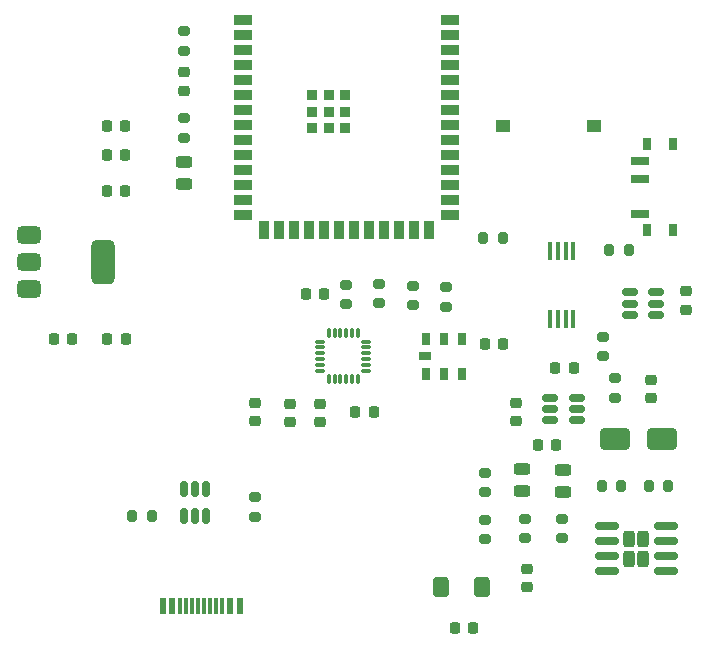
<source format=gtp>
G04 #@! TF.GenerationSoftware,KiCad,Pcbnew,9.0.4-9.0.4-0~ubuntu22.04.1*
G04 #@! TF.CreationDate,2025-12-08T20:55:34+05:30*
G04 #@! TF.ProjectId,ESP32_FC,45535033-325f-4464-932e-6b696361645f,rev?*
G04 #@! TF.SameCoordinates,Original*
G04 #@! TF.FileFunction,Paste,Top*
G04 #@! TF.FilePolarity,Positive*
%FSLAX46Y46*%
G04 Gerber Fmt 4.6, Leading zero omitted, Abs format (unit mm)*
G04 Created by KiCad (PCBNEW 9.0.4-9.0.4-0~ubuntu22.04.1) date 2025-12-08 20:55:34*
%MOMM*%
%LPD*%
G01*
G04 APERTURE LIST*
G04 Aperture macros list*
%AMRoundRect*
0 Rectangle with rounded corners*
0 $1 Rounding radius*
0 $2 $3 $4 $5 $6 $7 $8 $9 X,Y pos of 4 corners*
0 Add a 4 corners polygon primitive as box body*
4,1,4,$2,$3,$4,$5,$6,$7,$8,$9,$2,$3,0*
0 Add four circle primitives for the rounded corners*
1,1,$1+$1,$2,$3*
1,1,$1+$1,$4,$5*
1,1,$1+$1,$6,$7*
1,1,$1+$1,$8,$9*
0 Add four rect primitives between the rounded corners*
20,1,$1+$1,$2,$3,$4,$5,0*
20,1,$1+$1,$4,$5,$6,$7,0*
20,1,$1+$1,$6,$7,$8,$9,0*
20,1,$1+$1,$8,$9,$2,$3,0*%
G04 Aperture macros list end*
%ADD10RoundRect,0.200000X-0.275000X0.200000X-0.275000X-0.200000X0.275000X-0.200000X0.275000X0.200000X0*%
%ADD11RoundRect,0.225000X0.250000X-0.225000X0.250000X0.225000X-0.250000X0.225000X-0.250000X-0.225000X0*%
%ADD12RoundRect,0.225000X0.225000X0.250000X-0.225000X0.250000X-0.225000X-0.250000X0.225000X-0.250000X0*%
%ADD13RoundRect,0.225000X-0.225000X-0.250000X0.225000X-0.250000X0.225000X0.250000X-0.225000X0.250000X0*%
%ADD14RoundRect,0.200000X-0.200000X-0.275000X0.200000X-0.275000X0.200000X0.275000X-0.200000X0.275000X0*%
%ADD15RoundRect,0.225000X-0.250000X0.225000X-0.250000X-0.225000X0.250000X-0.225000X0.250000X0.225000X0*%
%ADD16RoundRect,0.243750X0.456250X-0.243750X0.456250X0.243750X-0.456250X0.243750X-0.456250X-0.243750X0*%
%ADD17RoundRect,0.200000X0.275000X-0.200000X0.275000X0.200000X-0.275000X0.200000X-0.275000X-0.200000X0*%
%ADD18R,0.600000X1.450000*%
%ADD19R,0.300000X1.450000*%
%ADD20RoundRect,0.250000X-0.400000X-0.600000X0.400000X-0.600000X0.400000X0.600000X-0.400000X0.600000X0*%
%ADD21R,0.800000X1.000000*%
%ADD22R,1.500000X0.700000*%
%ADD23RoundRect,0.150000X-0.512500X-0.150000X0.512500X-0.150000X0.512500X0.150000X-0.512500X0.150000X0*%
%ADD24RoundRect,0.150000X0.150000X-0.512500X0.150000X0.512500X-0.150000X0.512500X-0.150000X-0.512500X0*%
%ADD25RoundRect,0.250000X1.000000X0.650000X-1.000000X0.650000X-1.000000X-0.650000X1.000000X-0.650000X0*%
%ADD26RoundRect,0.200000X0.200000X0.275000X-0.200000X0.275000X-0.200000X-0.275000X0.200000X-0.275000X0*%
%ADD27RoundRect,0.250000X0.255000X0.440000X-0.255000X0.440000X-0.255000X-0.440000X0.255000X-0.440000X0*%
%ADD28RoundRect,0.150000X0.825000X0.150000X-0.825000X0.150000X-0.825000X-0.150000X0.825000X-0.150000X0*%
%ADD29R,1.250000X1.000000*%
%ADD30R,0.900000X0.900000*%
%ADD31R,1.500000X0.900000*%
%ADD32R,0.900000X1.500000*%
%ADD33RoundRect,0.375000X-0.625000X-0.375000X0.625000X-0.375000X0.625000X0.375000X-0.625000X0.375000X0*%
%ADD34RoundRect,0.500000X-0.500000X-1.400000X0.500000X-1.400000X0.500000X1.400000X-0.500000X1.400000X0*%
%ADD35RoundRect,0.050000X0.150000X-0.730000X0.150000X0.730000X-0.150000X0.730000X-0.150000X-0.730000X0*%
%ADD36RoundRect,0.075000X-0.075000X0.350000X-0.075000X-0.350000X0.075000X-0.350000X0.075000X0.350000X0*%
%ADD37RoundRect,0.075000X-0.350000X-0.075000X0.350000X-0.075000X0.350000X0.075000X-0.350000X0.075000X0*%
%ADD38R,1.000000X0.800000*%
G04 APERTURE END LIST*
D10*
X132490000Y-106925000D03*
X132490000Y-108575000D03*
D11*
X138010000Y-100600000D03*
X138010000Y-99050000D03*
D12*
X121500000Y-75490000D03*
X119950000Y-75490000D03*
D11*
X169000000Y-91050000D03*
X169000000Y-89500000D03*
D13*
X156450000Y-102500000D03*
X158000000Y-102500000D03*
D14*
X161850000Y-106000000D03*
X163500000Y-106000000D03*
D13*
X136800000Y-89750000D03*
X138350000Y-89750000D03*
D15*
X166000000Y-96975000D03*
X166000000Y-98525000D03*
D14*
X162500000Y-86000000D03*
X164150000Y-86000000D03*
D16*
X155100000Y-106400000D03*
X155100000Y-104525000D03*
D13*
X120000000Y-93500000D03*
X121550000Y-93500000D03*
D12*
X153550000Y-94000000D03*
X152000000Y-94000000D03*
D17*
X145850000Y-90675000D03*
X145850000Y-89025000D03*
D18*
X124700000Y-116155000D03*
X125500000Y-116155000D03*
D19*
X126700000Y-116155000D03*
X127700000Y-116155000D03*
X128200000Y-116155000D03*
X129200000Y-116155000D03*
D18*
X130400000Y-116155000D03*
X131200000Y-116155000D03*
X131200000Y-116155000D03*
X130400000Y-116155000D03*
D19*
X129700000Y-116155000D03*
X128700000Y-116155000D03*
X127200000Y-116155000D03*
X126200000Y-116155000D03*
D18*
X125500000Y-116155000D03*
X124700000Y-116155000D03*
D20*
X148250000Y-114500000D03*
X151750000Y-114500000D03*
D11*
X155500000Y-114550000D03*
X155500000Y-113000000D03*
D21*
X165720000Y-84350000D03*
X167930000Y-84350000D03*
X165720000Y-77050000D03*
X167930000Y-77050000D03*
D22*
X165070000Y-82950000D03*
X165070000Y-79950000D03*
X165070000Y-78450000D03*
D15*
X135500000Y-99000000D03*
X135500000Y-100550000D03*
D12*
X142550000Y-99750000D03*
X141000000Y-99750000D03*
D10*
X158500000Y-108750000D03*
X158500000Y-110400000D03*
D13*
X149450000Y-118000000D03*
X151000000Y-118000000D03*
D23*
X157500000Y-98500000D03*
X157500000Y-99450000D03*
X157500000Y-100400000D03*
X159775000Y-100400000D03*
X159775000Y-99450000D03*
X159775000Y-98500000D03*
D10*
X126500000Y-74850000D03*
X126500000Y-76500000D03*
D13*
X157950000Y-96000000D03*
X159500000Y-96000000D03*
D17*
X126500000Y-69150000D03*
X126500000Y-67500000D03*
D10*
X152000000Y-104850000D03*
X152000000Y-106500000D03*
X162000000Y-93350000D03*
X162000000Y-95000000D03*
D24*
X126500000Y-108500000D03*
X127450000Y-108500000D03*
X128400000Y-108500000D03*
X128400000Y-106225000D03*
X127450000Y-106225000D03*
X126500000Y-106225000D03*
D25*
X167000000Y-102000000D03*
X163000000Y-102000000D03*
D26*
X167500000Y-106000000D03*
X165850000Y-106000000D03*
D15*
X154600000Y-98925000D03*
X154600000Y-100475000D03*
D27*
X165400000Y-112125000D03*
X165400000Y-110475000D03*
X164200000Y-112125000D03*
X164200000Y-110475000D03*
D28*
X167275000Y-113205000D03*
X167275000Y-111935000D03*
X167275000Y-110665000D03*
X167275000Y-109395000D03*
X162325000Y-109395000D03*
X162325000Y-110665000D03*
X162325000Y-111935000D03*
X162325000Y-113205000D03*
D10*
X155400000Y-108750000D03*
X155400000Y-110400000D03*
D12*
X121500000Y-81000000D03*
X119950000Y-81000000D03*
D17*
X163000000Y-98500000D03*
X163000000Y-96850000D03*
X148650000Y-90825000D03*
X148650000Y-89175000D03*
D16*
X158600000Y-106500000D03*
X158600000Y-104625000D03*
D23*
X164225000Y-89600000D03*
X164225000Y-90550000D03*
X164225000Y-91500000D03*
X166500000Y-91500000D03*
X166500000Y-90550000D03*
X166500000Y-89600000D03*
D17*
X143000000Y-90500000D03*
X143000000Y-88850000D03*
D29*
X153500000Y-75500000D03*
X161250000Y-75500000D03*
D30*
X137350000Y-72890000D03*
X137350000Y-74290000D03*
X137350000Y-75690000D03*
X138750000Y-72890000D03*
X138750000Y-74290000D03*
X138750000Y-75690000D03*
X140150000Y-72890000D03*
X140150000Y-74290000D03*
X140150000Y-75690000D03*
D31*
X131500000Y-66570000D03*
X131500000Y-67840000D03*
X131500000Y-69110000D03*
X131500000Y-70380000D03*
X131500000Y-71650000D03*
X131500000Y-72920000D03*
X131500000Y-74190000D03*
X131500000Y-75460000D03*
X131500000Y-76730000D03*
X131500000Y-78000000D03*
X131500000Y-79270000D03*
X131500000Y-80540000D03*
X131500000Y-81810000D03*
X131500000Y-83080000D03*
D32*
X133265000Y-84330000D03*
X134535000Y-84330000D03*
X135805000Y-84330000D03*
X137075000Y-84330000D03*
X138345000Y-84330000D03*
X139615000Y-84330000D03*
X140885000Y-84330000D03*
X142155000Y-84330000D03*
X143425000Y-84330000D03*
X144695000Y-84330000D03*
X145965000Y-84330000D03*
X147235000Y-84330000D03*
D31*
X149000000Y-83080000D03*
X149000000Y-81810000D03*
X149000000Y-80540000D03*
X149000000Y-79270000D03*
X149000000Y-78000000D03*
X149000000Y-76730000D03*
X149000000Y-75460000D03*
X149000000Y-74190000D03*
X149000000Y-72920000D03*
X149000000Y-71650000D03*
X149000000Y-70380000D03*
X149000000Y-69110000D03*
X149000000Y-67840000D03*
X149000000Y-66570000D03*
D14*
X151850000Y-85000000D03*
X153500000Y-85000000D03*
D33*
X113350000Y-84700000D03*
X113350000Y-87000000D03*
D34*
X119650000Y-87000000D03*
D33*
X113350000Y-89300000D03*
D35*
X157525000Y-91880000D03*
X158175000Y-91880000D03*
X158825000Y-91880000D03*
X159475000Y-91880000D03*
X159475000Y-86120000D03*
X158825000Y-86120000D03*
X158175000Y-86120000D03*
X157525000Y-86120000D03*
D13*
X115500000Y-93500000D03*
X117050000Y-93500000D03*
D36*
X141250000Y-93050000D03*
X140750000Y-93050000D03*
X140250000Y-93050000D03*
X139750000Y-93050000D03*
X139250000Y-93050000D03*
X138750000Y-93050000D03*
D37*
X138050000Y-93750000D03*
X138050000Y-94250000D03*
X138050000Y-94750000D03*
X138050000Y-95250000D03*
X138050000Y-95750000D03*
X138050000Y-96250000D03*
D36*
X138750000Y-96950000D03*
X139250000Y-96950000D03*
X139750000Y-96950000D03*
X140250000Y-96950000D03*
X140750000Y-96950000D03*
X141250000Y-96950000D03*
D37*
X141950000Y-96250000D03*
X141950000Y-95750000D03*
X141950000Y-95250000D03*
X141950000Y-94750000D03*
X141950000Y-94250000D03*
X141950000Y-93750000D03*
D16*
X126500000Y-80437500D03*
X126500000Y-78562500D03*
D21*
X147000000Y-96500000D03*
X148500000Y-96500000D03*
X150000000Y-96500000D03*
X150000000Y-93500000D03*
X148500000Y-93500000D03*
X147000000Y-93500000D03*
D38*
X146900000Y-95000000D03*
D17*
X140200000Y-90575000D03*
X140200000Y-88925000D03*
D10*
X152000000Y-108850000D03*
X152000000Y-110500000D03*
D14*
X122100000Y-108500000D03*
X123750000Y-108500000D03*
D11*
X132500000Y-100500000D03*
X132500000Y-98950000D03*
D12*
X121500000Y-78000000D03*
X119950000Y-78000000D03*
D15*
X126500000Y-70950000D03*
X126500000Y-72500000D03*
M02*

</source>
